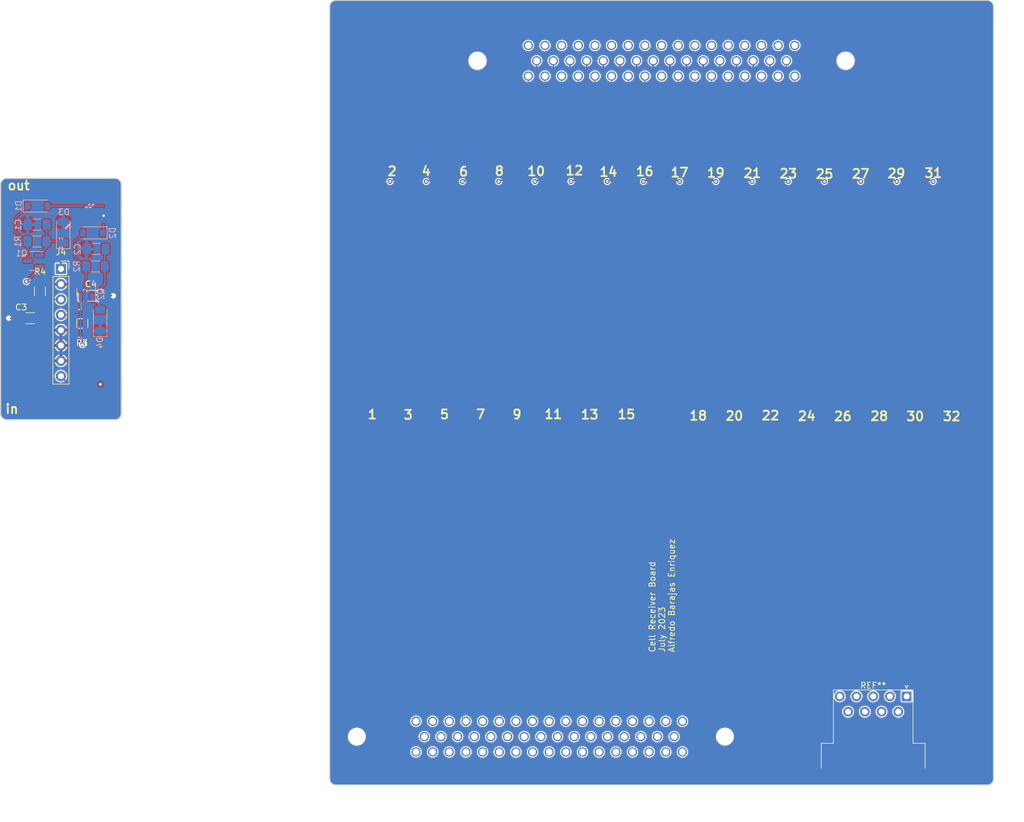
<source format=kicad_pcb>
(kicad_pcb (version 20221018) (generator pcbnew)
  (layers (0 "F.Cu" signal) (1 "In1.Cu" signal) (2 "In2.Cu" signal) (31 "B.Cu" signal) (34 "B.Paste" user) (35 "F.Paste" user) (36 "B.SilkS" user "B.Silkscreen") (37 "F.SilkS" user "F.Silkscreen") (38 "B.Mask" user) (39 "F.Mask" user) (44 "Edge.Cuts" user))
  (net 0 "")
  (net 1 "Net-(D3-K)")
  (net 2 "GND")
  (net 3 "Net-(D4-A)")
  (net 4 "Net-(J4-Pin_3)")
  (net 5 "GND1")
  (net 6 "Net-(J4-Pin_4)")
  (net 7 "+11")
  (net 8 "Net-(D1-A)")
  (net 9 "Net-(D2-K)")
  (net 10 "-11")
  (net 11 "Net-(J2-In)")
  (net 12 "Net-(J3-In)")
  (net 13 "Net-(Q1-E)")
  (net 14 "Net-(Q2-E)")
  (footprint "Connector_PinSocket_2.54mm:PinSocket_1x08_P2.54mm_Vertical" (layer "F.Cu") (at 100.464 94.477)
    (fp_text reference "J4" (at 0 -2.77) (layer "F.SilkS"))
    (fp_text value "Conn_01x08")
    (fp_line (start -1.33 1.27) (end -1.33 19.11) (stroke (width 0.12)) (layer "F.SilkS"))
    (fp_line (start -1.33 1.27) (end 1.33 1.27) (stroke (width 0.12)) (layer "F.SilkS"))
    (fp_line (start -1.33 19.11) (end 1.33 19.11) (stroke (width 0.12)) (layer "F.SilkS"))
    (fp_line (start 0 -1.33) (end 1.33 -1.33) (stroke (width 0.12)) (layer "F.SilkS"))
    (fp_line (start 1.33 -1.33) (end 1.33 0) (stroke (width 0.12)) (layer "F.SilkS"))
    (fp_line (start 1.33 1.27) (end 1.33 19.11) (stroke (width 0.12)) (layer "F.SilkS"))
    (pad "1" thru_hole rect (at 0 0) (size 1.7 1.7) (drill 1) (layers "*.Cu" "*.Mask") (net 11 "Net-(J2-In)"))
    (pad "2" thru_hole oval (at 0 2.54) (size 1.7 1.7) (drill 1) (layers "*.Cu" "*.Mask") (net 5 "GND1"))
    (pad "3" thru_hole oval (at 0 5.08) (size 1.7 1.7) (drill 1) (layers "*.Cu" "*.Mask") (net 4 "Net-(J4-Pin_3)"))
    (pad "4" thru_hole oval (at 0 7.62) (size 1.7 1.7) (drill 1) (layers "*.Cu" "*.Mask") (net 6 "Net-(J4-Pin_4)"))
    (pad "5" thru_hole oval (at 0 10.16) (size 1.7 1.7) (drill 1) (layers "*.Cu" "*.Mask") (net 5 "GND1"))
    (pad "6" thru_hole oval (at 0 12.7) (size 1.7 1.7) (drill 1) (layers "*.Cu" "*.Mask") (net 5 "GND1"))
    (pad "7" thru_hole oval (at 0 15.24) (size 1.7 1.7) (drill 1) (layers "*.Cu" "*.Mask") (net 5 "GND1"))
    (pad "8" thru_hole oval (at 0 17.78) (size 1.7 1.7) (drill 1) (layers "*.Cu" "*.Mask") (net 12 "Net-(J3-In)"))
  )
  (footprint "Capacitor_SMD:C_1206_3216Metric_Pad1.33x1.80mm_HandSolder" (layer "F.Cu") (at 95.374 102.662 180)
    (fp_text reference "C3" (at 1.5 1.815 180) (layer "F.SilkS"))
    (fp_text value "10uF" hide)
    (fp_line (start -0.711252 -0.91) (end 0.711252 -0.91) (stroke (width 0.12)) (layer "F.SilkS"))
    (fp_line (start -0.711252 0.91) (end 0.711252 0.91) (stroke (width 0.12)) (layer "F.SilkS"))
    (pad "1" smd roundrect (at -1.5625 0 180) (size 1.325 1.8) (layers "F.Cu" "F.Paste" "F.Mask") (roundrect_rratio 0.188679) (net 4 "Net-(J4-Pin_3)"))
    (pad "2" smd roundrect (at 1.5625 0 180) (size 1.325 1.8) (layers "F.Cu" "F.Paste" "F.Mask") (roundrect_rratio 0.188679) (net 2 "GND"))
  )
  (footprint "Resistor_SMD:R_1206_3216Metric_Pad1.30x1.75mm_HandSolder" (layer "F.Cu") (at 104.004 103.527 90)
    (fp_text reference "R3" (at -3.25 -0.06 180) (layer "F.SilkS"))
    (fp_text value "4.7" hide)
    (fp_line (start -0.727064 -0.91) (end 0.727064 -0.91) (stroke (width 0.12)) (layer "F.SilkS"))
    (fp_line (start -0.727064 0.91) (end 0.727064 0.91) (stroke (width 0.12)) (layer "F.SilkS"))
    (pad "1" smd roundrect (at -1.55 0 90) (size 1.3 1.75) (layers "F.Cu" "F.Paste" "F.Mask") (roundrect_rratio 0.192308) (net 13 "Net-(Q1-E)"))
    (pad "2" smd roundrect (at 1.55 0 90) (size 1.3 1.75) (layers "F.Cu" "F.Paste" "F.Mask") (roundrect_rratio 0.192308) (net 4 "Net-(J4-Pin_3)"))
  )
  (footprint "1.Local.Library:CONN D-SUB PLUG 50POS RA SLDR" (layer "F.Cu") (at 201.38 60)
    (fp_text reference "REF**" hide)
    (fp_text value "CONN D-SUB PLUG 50POS RA SLDR" hide)
    (fp_circle (center -31.88 0) (end -30.38 0) (stroke (width 0.1)) (fill none) (layer "Edge.Cuts"))
    (fp_circle (center 29.12 0) (end 30.62 0) (stroke (width 0.1)) (fill none) (layer "Edge.Cuts"))
    (pad "1" thru_hole circle (at -23.46 -2.54) (size 1.524 1.524) (drill 1.1) (layers "*.Cu" "*.Mask"))
    (pad "2" thru_hole circle (at -20.7 -2.54) (size 1.524 1.524) (drill 1.1) (layers "*.Cu" "*.Mask"))
    (pad "3" thru_hole circle (at -17.94 -2.54) (size 1.524 1.524) (drill 1.1) (layers "*.Cu" "*.Mask"))
    (pad "4" thru_hole circle (at -15.18 -2.54) (size 1.524 1.524) (drill 1.1) (layers "*.Cu" "*.Mask"))
    (pad "5" thru_hole circle (at -12.42 -2.54) (size 1.524 1.524) (drill 1.1) (layers "*.Cu" "*.Mask"))
    (pad "6" thru_hole circle (at -9.66 -2.54) (size 1.524 1.524) (drill 1.1) (layers "*.Cu" "*.Mask"))
    (pad "7" thru_hole circle (at -6.9 -2.54) (size 1.524 1.524) (drill 1.1) (layers "*.Cu" "*.Mask"))
    (pad "8" thru_hole circle (at -4.14 -2.54) (size 1.524 1.524) (drill 1.1) (layers "*.Cu" "*.Mask"))
    (pad "9" thru_hole circle (at -1.38 -2.54) (size 1.524 1.524) (drill 1.1) (layers "*.Cu" "*.Mask"))
    (pad "10" thru_hole circle (at 1.38 -2.54) (size 1.524 1.524) (drill 1.1) (layers "*.Cu" "*.Mask"))
    (pad "11" thru_hole circle (at 4.14 -2.54) (size 1.524 1.524) (drill 1.1) (layers "*.Cu" "*.Mask"))
    (pad "12" thru_hole circle (at 6.9 -2.54) (size 1.524 1.524) (drill 1.1) (layers "*.Cu" "*.Mask"))
    (pad "13" thru_hole circle (at 9.66 -2.54) (size 1.524 1.524) (drill 1.1) (layers "*.Cu" "*.Mask"))
    (pad "14" thru_hole circle (at 12.42 -2.54) (size 1.524 1.524) (drill 1.1) (layers "*.Cu" "*.Mask"))
    (pad "15" thru_hole circle (at 15.18 -2.54) (size 1.524 1.524) (drill 1.1) (layers "*.Cu" "*.Mask"))
    (pad "16" thru_hole circle (at 17.94 -2.54) (size 1.524 1.524) (drill 1.1) (layers "*.Cu" "*.Mask"))
    (pad "17" thru_hole circle (at 20.7 -2.54) (size 1.524 1.524) (drill 1.1) (layers "*.Cu" "*.Mask"))
    (pad "18" thru_hole circle (at -22.08 0) (size 1.524 1.524) (drill 1.1) (layers "*.Cu" "*.Mask"))
    (pad "19" thru_hole circle (at -19.32 0) (size 1.524 1.524) (drill 1.1) (layers "*.Cu" "*.Mask"))
    (pad "20" thru_hole circle (at -16.56 0) (size 1.524 1.524) (drill 1.1) (layers "*.Cu" "*.Mask"))
    (pad "21" thru_hole circle (at -13.8 0) (size 1.524 1.524) (drill 1.1) (layers "*.Cu" "*.Mask"))
    (pad "22" thru_hole circle (at -11.04 0) (size 1.524 1.524) (drill 1.1) (layers "*.Cu" "*.Mask"))
    (pad "23" thru_hole circle (at -8.28 0) (size 1.524 1.524) (drill 1.1) (layers "*.Cu" "*.Mask"))
    (pad "24" thru_hole circle (at -5.52 0) (size 1.524 1.524) (drill 1.1) (layers "*.Cu" "*.Mask"))
    (pad "25" thru_hole circle (at -2.76 0) (size 1.524 1.524) (drill 1.1) (layers "*.Cu" "*.Mask"))
    (pad "26" thru_hole circle (at 0 0) (size 1.524 1.524) (drill 1.1) (layers "*.Cu" "*.Mask"))
    (pad "27" thru_hole circle (at 2.76 0) (size 1.524 1.524) (drill 1.1) (layers "*.Cu" "*.Mask"))
    (pad "28" thru_hole circle (at 5.52 0) (size 1.524 1.524) (drill 1.1) (layers "*.Cu" "*.Mask"))
    (pad "29" thru_hole circle (at 8.28 0) (size 1.524 1.524) (drill 1.1) (layers "*.Cu" "*.Mask"))
    (pad "30" thru_hole circle (at 11.04 0) (size 1.524 1.524) (drill 1.1) (layers "*.Cu" "*.Mask"))
    (pad "31" thru_hole circle (at 13.8 0) (size 1.524 1.524) (drill 1.1) (layers "*.Cu" "*.Mask"))
    (pad "32" thru_hole circle (at 16.56 0) (size 1.524 1.524) (drill 1.1) (layers "*.Cu" "*.Mask"))
    (pad "33" thru_hole circle (at 19.32 0) (size 1.524 1.524) (drill 1.1) (layers "*.Cu" "*.Mask"))
    (pad "34" thru_hole circle (at -23.46 2.54) (size 1.524 1.524) (drill 1.1) (layers "*.Cu" "*.Mask"))
    (pad "35" thru_hole circle (at -20.7 2.54) (size 1.524 1.524) (drill 1.1) (layers "*.Cu" "*.Mask"))
    (pad "36" thru_hole circle (at -17.94 2.54) (size 1.524 1.524) (drill 1.1) (layers "*.Cu" "*.Mask"))
    (pad "37" thru_hole circle (at -15.18 2.54) (size 1.524 1.524) (drill 1.1) (layers "*.Cu" "*.Mask"))
    (pad "38" thru_hole circle (at -12.42 2.54) (size 1.524 1.524) (drill 1.1) (layers "*.Cu" "*.Mask"))
    (pad "39" thru_hole circle (at -9.66 2.54) (size 1.524 1.524) (drill 1.1) (layers "*.Cu" "*.Mask"))
    (pad "40" thru_hole circle (at -6.9 2.54) (size 1.524 1.524) (drill 1.1) (layers "*.Cu" "*.Mask"))
    (pad "41" thru_hole circle (at -4.14 2.54) (size 1.524 1.524) (drill 1.1) (layers "*.Cu" "*.Mask"))
    (pad "42" thru_hole circle (at -1.38 2.54) (size 1.524 1.524) (drill 1.1) (layers "*.Cu" "*.Mask"))
    (pad "43" thru_hole circle (at 1.38 2.54) (size 1.524 1.524) (drill 1.1) (layers "*.Cu" "*.Mask"))
    (pad "44" thru_hole circle (at 4.14 2.54) (size 1.524 1.524) (drill 1.1) (layers "*.Cu" "*.Mask"))
    (pad "45" thru_hole circle (at 6.9 2.54) (size 1.524 1.524) (drill 1.1) (layers "*.Cu" "*.Mask"))
    (pad "46" thru_hole circle (at 9.66 2.54) (size 1.524 1.524) (drill 1.1) (layers "*.Cu" "*.Mask"))
    (pad "47" thru_hole circle (at 12.42 2.54) (size 1.524 1.524) (drill 1.1) (layers "*.Cu" "*.Mask"))
    (pad "48" thru_hole circle (at 15.18 2.54) (size 1.524 1.524) (drill 1.1) (layers "*.Cu" "*.Mask"))
    (pad "49" thru_hole circle (at 17.94 2.54) (size 1.524 1.524) (drill 1.1) (layers "*.Cu" "*.Mask"))
    (pad "50" thru_hole circle (at 20.7 2.54) (size 1.524 1.524) (drill 1.1) (layers "*.Cu" "*.Mask"))
  )
  (footprint "Connector_Dsub:DSUB-9_Female_Horizontal_P2.77x2.54mm_EdgePinOffset9.40mm" (layer "F.Cu") (at 240.611 165.326669)
    (fp_text reference "REF**" (at -5.54 -1.8) (layer "F.SilkS"))
    (fp_text value "DSUB-9_Female_Horizontal_P2.77x2.54mm_EdgePinOffset9.40mm")
    (fp_line (start -14.15 7.78) (end -12.14 7.78) (stroke (width 0.12)) (layer "F.SilkS"))
    (fp_line (start -14.15 11.88) (end -14.15 7.78) (stroke (width 0.12)) (layer "F.SilkS"))
    (fp_line (start -12.14 -1.06) (end 1.06 -1.06) (stroke (width 0.12)) (layer "F.SilkS"))
    (fp_line (start -12.14 7.78) (end -12.14 -1.06) (stroke (width 0.12)) (layer "F.SilkS"))
    (fp_line (start -0.25 -1.754338) (end 0.25 -1.754338) (stroke (width 0.12)) (layer "F.SilkS"))
    (fp_line (start 0 -1.321325) (end -0.25 -1.754338) (stroke (width 0.12)) (layer "F.SilkS"))
    (fp_line (start 0.25 -1.754338) (end 0 -1.321325) (stroke (width 0.12)) (layer "F.SilkS"))
    (fp_line (start 1.06 -1.06) (end 1.06 7.78) (stroke (width 0.12)) (layer "F.SilkS"))
    (fp_line (start 1.06 7.78) (end 3.07 7.78) (stroke (width 0.12)) (layer "F.SilkS"))
    (fp_line (start 3.07 7.78) (end 3.07 11.88) (stroke (width 0.12)) (layer "F.SilkS"))
    (pad "1" thru_hole rect (at 0 0) (size 1.6 1.6) (drill 1) (layers "*.Cu" "*.Mask"))
    (pad "2" thru_hole circle (at -2.77 0) (size 1.6 1.6) (drill 1) (layers "*.Cu" "*.Mask"))
    (pad "3" thru_hole circle (at -5.54 0) (size 1.6 1.6) (drill 1) (layers "*.Cu" "*.Mask"))
    (pad "4" thru_hole circle (at -8.31 0) (size 1.6 1.6) (drill 1) (layers "*.Cu" "*.Mask"))
    (pad "5" thru_hole circle (at -11.08 0) (size 1.6 1.6) (drill 1) (layers "*.Cu" "*.Mask"))
    (pad "6" thru_hole circle (at -1.385 2.54) (size 1.6 1.6) (drill 1) (layers "*.Cu" "*.Mask"))
    (pad "7" thru_hole circle (at -4.155 2.54) (size 1.6 1.6) (drill 1) (layers "*.Cu" "*.Mask"))
    (pad "8" thru_hole circle (at -6.925 2.54) (size 1.6 1.6) (drill 1) (layers "*.Cu" "*.Mask"))
    (pad "9" thru_hole circle (at -9.695 2.54) (size 1.6 1.6) (drill 1) (layers "*.Cu" "*.Mask"))
  )
  (footprint "1.Local.Library:CONN D-SUB PLUG 50POS RA SLDR" (layer "F.Cu") (at 180 172 180)
    (fp_text reference "REF**" hide)
    (fp_text value "CONN D-SUB PLUG 50POS RA SLDR" hide)
    (fp_circle (center -30.5 0) (end -29 0) (stroke (width 0.01)) (fill none) (layer "Edge.Cuts"))
    (fp_circle (center 30.5 0) (end 32 0) (stroke (width 0.01)) (fill none) (layer "Edge.Cuts"))
    (pad "1" thru_hole circle (at -23.46 -2.54 180) (size 1.524 1.524) (drill 1.1) (layers "*.Cu" "*.Mask"))
    (pad "2" thru_hole circle (at -20.7 -2.54 180) (size 1.524 1.524) (drill 1.1) (layers "*.Cu" "*.Mask"))
    (pad "3" thru_hole circle (at -17.94 -2.54 180) (size 1.524 1.524) (drill 1.1) (layers "*.Cu" "*.Mask"))
    (pad "4" thru_hole circle (at -15.18 -2.54 180) (size 1.524 1.524) (drill 1.1) (layers "*.Cu" "*.Mask"))
    (pad "5" thru_hole circle (at -12.42 -2.54 180) (size 1.524 1.524) (drill 1.1) (layers "*.Cu" "*.Mask"))
    (pad "6" thru_hole circle (at -9.66 -2.54 180) (size 1.524 1.524) (drill 1.1) (layers "*.Cu" "*.Mask"))
    (pad "7" thru_hole circle (at -6.9 -2.54 180) (size 1.524 1.524) (drill 1.1) (layers "*.Cu" "*.Mask"))
    (pad "8" thru_hole circle (at -4.14 -2.54 180) (size 1.524 1.524) (drill 1.1) (layers "*.Cu" "*.Mask"))
    (pad "9" thru_hole circle (at -1.38 -2.54 180) (size 1.524 1.524) (drill 1.1) (layers "*.Cu" "*.Mask"))
    (pad "10" thru_hole circle (at 1.38 -2.54 180) (size 1.524 1.524) (drill 1.1) (layers "*.Cu" "*.Mask"))
    (pad "11" thru_hole circle (at 4.14 -2.54 180) (size 1.524 1.524) (drill 1.1) (layers "*.Cu" "*.Mask"))
    (pad "12" thru_hole circle (at 6.9 -2.54 180) (size 1.524 1.524) (drill 1.1) (layers "*.Cu" "*.Mask"))
    (pad "13" thru_hole circle (at 9.66 -2.54 180) (size 1.524 1.524) (drill 1.1) (layers "*.Cu" "*.Mask"))
    (pad "14" thru_hole circle (at 12.42 -2.54 180) (size 1.524 1.524) (drill 1.1) (layers "*.Cu" "*.Mask"))
    (pad "15" thru_hole circle (at 15.18 -2.54 180) (size 1.524 1.524) (drill 1.1) (layers "*.Cu" "*.Mask"))
    (pad "16" thru_hole circle (at 17.94 -2.54 180) (size 1.524 1.524) (drill 1.1) (layers "*.Cu" "*.Mask"))
    (pad "17" thru_hole circle (at 20.7 -2.54 180) (size 1.524 1.524) (drill 1.1) (layers "*.Cu" "*.Mask"))
    (pad "18" thru_hole circle (at -22.08 0 180) (size 1.524 1.524) (drill 1.1) (layers "*.Cu" "*.Mask"))
    (pad "19" thru_hole circle (at -19.32 0 180) (size 1.524 1.524) (drill 1.1) (layers "*.Cu" "*.Mask"))
    (pad "20" thru_hole circle (at -16.56 0 180) (size 1.524 1.524) (drill 1.1) (layers "*.Cu" "*.Mask"))
    (pad "21" thru_hole circle (at -13.8 0 180) (size 1.524 1.524) (drill 1.1) (layers "*.Cu" "*.Mask"))
    (pad "22" thru_hole circle (at -11.04 0 180) (size 1.524 1.524) (drill 1.1) (layers "*.Cu" "*.Mask"))
    (pad "23" thru_hole circle (at -8.28 0 180) (size 1.524 1.524) (drill 1.1) (layers "*.Cu" "*.Mask"))
    (pad "24" thru_hole circle (at -5.52 0 180) (size 1.524 1.524) (drill 1.1) (layers "*.Cu" "*.Mask"))
    (pad "25" thru_hole circle (at -2.76 0 180) (size 1.524 1.524) (drill 1.1) (layers "*.Cu" "*.Mask"))
    (pad "26" thru_hole circle (at 0 0 180) (size 1.524 1.524) (drill 1.1) (layers "*.Cu" "*.Mask"))
    (pad "27" thru_hole circle (at 2.76 0 180) (size 1.524 1.524) (drill 1.1) (layers "*.Cu" "*.Mask"))
    (pad "28" thru_hole circle (at 5.52 0 180) (size 1.524 1.524) (drill 1.1) (layers "*.Cu" "*.Mask"))
    (pad "29" thru_hole circle (at 8.28 0 180) (size 1.524 1.524) (drill 1.1) (layers "*.Cu" "*.Mask"))
    (pad "30" thru_hole circle (at 11.04 0 180) (size 1.524 1.524) (drill 1.1) (layers "*.Cu" "*.Mask"))
    (pad "31" thru_hole circle (at 13.8 0 180) (size 1.524 1.524) (drill 1.1) (layers "*.Cu" "*.Mask"))
    (pad "32" thru_hole circle (at 16.56 0 180) (size 1.524 1.524) (drill 1.1) (layers "*.Cu" "*.Mask"))
    (pad "33" thru_hole circle (at 19.32 0 180) (size 1.524 1.524) (drill 1.1) (layers "*.Cu" "*.Mask"))
    (pad "34" thru_hole circle (at -23.46 2.54 180) (size 1.524 1.524) (drill 1.1) (layers "*.Cu" "*.Mask"))
    (pad "35" thru_hole circle (at -20.7 2.54 180) (size 1.524 1.524) (drill 1.1) (layers "*.Cu" "*.Mask"))
    (pad "36" thru_hole circle (at -17.94 2.54 180) (size 1.524 1.524) (drill 1.1) (layers "*.Cu" "*.Mask"))
    (pad "37" thru_hole circle (at -15.18 2.54 180) (size 1.524 1.524) (drill 1.1) (layers "*.Cu" "*.Mask"))
    (pad "38" thru_hole circle (at -12.42 2.54 180) (size 1.524 1.524) (drill 1.1) (layers "*.Cu" "*.Mask"))
    (pad "39" thru_hole circle (at -9.66 2.54 180) (size 1.524 1.524) (drill 1.1) (layers "*.Cu" "*.Mask"))
    (pad "40" thru_hole circle (at -6.9 2.54 180) (size 1.524 1.524) (drill 1.1) (layers "*.Cu" "*.Mask"))
    (pad "41" thru_hole circle (at -4.14 2.54 180) (size 1.524 1.524) (drill 1.1) (layers "*.Cu" "*.Mask"))
    (pad "42" thru_hole circle (at -1.38 2.54 180) (size 1.524 1.524) (drill 1.1) (layers "*.Cu" "*.Mask"))
    (pad "43" thru_hole circle (at 1.38 2.54 180) (size 1.524 1.524) (drill 1.1) (layers "*.Cu" "*.Mask"))
    (pad "44" thru_hole circle (at 4.14 2.54 180) (size 1.524 1.524) (drill 1.1) (layers "*.Cu" "*.Mask"))
    (pad "45" thru_hole circle (at 6.9 2.54 180) (size 1.524 1.524) (drill 1.1) (layers "*.Cu" "*.Mask"))
    (pad "46" thru_hole circle (at 9.66 2.54 180) (size 1.524 1.524) (drill 1.1) (layers "*.Cu" "*.Mask"))
    (pad "47" thru_hole circle (at 12.42 2.54 180) (size 1.524 1.524) (drill 1.1) (layers "*.Cu" "*.Mask"))
    (pad "48" thru_hole circle (at 15.18 2.54 180) (size 1.524 1.524) (drill 1.1) (layers "*.Cu" "*.Mask"))
    (pad "49" thru_hole circle (at 17.94 2.54 180) (size 1.524 1.524) (drill 1.1) (layers "*.Cu" "*.Mask"))
    (pad "50" thru_hole circle (at 20.7 2.54 180) (size 1.524 1.524) (drill 1.1) (layers "*.Cu" "*.Mask"))
  )
  (footprint "Capacitor_SMD:C_1206_3216Metric_Pad1.33x1.80mm_HandSolder" (layer "F.Cu") (at 105.579 98.942)
    (fp_text reference "C4" (at -0.14 -1.945) (layer "F.SilkS"))
    (fp_text value "10uF" hide)
    (fp_line (start -0.711252 -0.91) (end 0.711252 -0.91) (stroke (width 0.12)) (layer "F.SilkS"))
    (fp_line (start -0.711252 0.91) (end 0.711252 0.91) (stroke (width 0.12)) (layer "F.SilkS"))
    (pad "1" smd roundrect (at -1.5625 0) (size 1.325 1.8) (layers "F.Cu" "F.Paste" "F.Mask") (roundrect_rratio 0.188679) (net 6 "Net-(J4-Pin_4)"))
    (pad "2" smd roundrect (at 1.5625 0) (size 1.325 1.8) (layers "F.Cu" "F.Paste" "F.Mask") (roundrect_rratio 0.188679) (net 2 "GND"))
  )
  (footprint "Resistor_SMD:R_1206_3216Metric_Pad1.30x1.75mm_HandSolder" (layer "F.Cu") (at 96.974 98.217 -90)
    (fp_text reference "R4" (at -3.27 -0.035 -180) (layer "F.SilkS"))
    (fp_text value "4.7" hide)
    (fp_line (start -0.727064 -0.91) (end 0.727064 -0.91) (stroke (width 0.12)) (layer "F.SilkS"))
    (fp_line (start -0.727064 0.91) (end 0.727064 0.91) (stroke (width 0.12)) (layer "F.SilkS"))
    (pad "1" smd roundrect (at -1.55 0 270) (size 1.3 1.75) (layers "F.Cu" "F.Paste" "F.Mask") (roundrect_rratio 0.192308) (net 14 "Net-(Q2-E)"))
    (pad "2" smd roundrect (at 1.55 0 270) (size 1.3 1.75) (layers "F.Cu" "F.Paste" "F.Mask") (roundrect_rratio 0.192308) (net 6 "Net-(J4-Pin_4)"))
  )
  (footprint "Resistor_SMD:R_1206_3216Metric_Pad1.30x1.75mm_HandSolder" (layer "B.Cu") (at 106.189 94.082)
    (fp_text reference "R2" (at -3.105 -0.005 90) (layer "B.SilkS") (effects (justify mirror)))
    (fp_text value "1.0k" hide)
    (fp_line (start -0.727064 -0.91) (end 0.727064 -0.91) (stroke (width 0.12)) (layer "B.SilkS"))
    (fp_line (start -0.727064 0.91) (end 0.727064 0.91) (stroke (width 0.12)) (layer "B.SilkS"))
    (pad "1" smd roundrect (at -1.55 0) (size 1.3 1.75) (layers "B.Cu" "B.Paste" "B.Mask") (roundrect_rratio 0.192308) (net 10 "-11"))
    (pad "2" smd roundrect (at 1.55 0) (size 1.3 1.75) (layers "B.Cu" "B.Paste" "B.Mask") (roundrect_rratio 0.192308) (net 3 "Net-(D4-A)"))
  )
  (footprint "Capacitor_SMD:C_1206_3216Metric_Pad1.33x1.80mm_HandSolder" (layer "B.Cu") (at 96.5115 87.152 180)
    (fp_text reference "C1" (at 3.1375 -0.045 270) (layer "B.SilkS") (effects (justify mirror)))
    (fp_text value "10uF" hide)
    (fp_line (start -0.711252 -0.91) (end 0.711252 -0.91) (stroke (width 0.12)) (layer "B.SilkS"))
    (fp_line (start -0.711252 0.91) (end 0.711252 0.91) (stroke (width 0.12)) (layer "B.SilkS"))
    (pad "1" smd roundrect (at -1.5625 0 180) (size 1.325 1.8) (layers "B.Cu" "B.Paste" "B.Mask") (roundrect_rratio 0.188679) (net 1 "Net-(D3-K)"))
    (pad "2" smd roundrect (at 1.5625 0 180) (size 1.325 1.8) (layers "B.Cu" "B.Paste" "B.Mask") (roundrect_rratio 0.188679) (net 2 "GND"))
  )
  (footprint "Capacitor_SMD:C_1206_3216Metric_Pad1.33x1.80mm_HandSolder" (layer "B.Cu") (at 106.2915 91.187 180)
    (fp_text reference "C2" (at 3.0875 -0.045 90) (layer "B.SilkS") (effects (justify mirror)))
    (fp_text value "10uF" hide)
    (fp_line (start -0.711252 -0.91) (end 0.711252 -0.91) (stroke (width 0.12)) (layer "B.SilkS"))
    (fp_line (start -0.711252 0.91) (end 0.711252 0.91) (stroke (width 0.12)) (layer "B.SilkS"))
    (pad "1" smd roundrect (at -1.5625 0 180) (size 1.325 1.8) (layers "B.Cu" "B.Paste" "B.Mask") (roundrect_rratio 0.188679) (net 3 "Net-(D4-A)"))
    (pad "2" smd roundrect (at 1.5625 0 180) (size 1.325 1.8) (layers "B.Cu" "B.Paste" "B.Mask") (roundrect_rratio 0.188679) (net 2 "GND"))
  )
  (footprint "Diode_SMD:D_SOD-123" (layer "B.Cu") (at 105.759 88.507 180)
    (fp_text reference "D2" (at -3.275 -0.035 90) (layer "B.SilkS") (effects (justify mirror)))
    (fp_text value "1N4148W" hide)
    (fp_line (start -2.36 -1) (end 1.65 -1) (stroke (width 0.12)) (layer "B.SilkS"))
    (fp_line (start -2.36 1) (end -2.36 -1) (stroke (width 0.12)) (layer "B.SilkS"))
    (fp_line (start -2.36 1) (end 1.65 1) (stroke (width 0.12)) (layer "B.SilkS"))
    (pad "1" smd roundrect (at -1.65 0 180) (size 0.9 1.2) (layers "B.Cu" "B.Paste" "B.Mask") (net 9 "Net-(D2-K)"))
    (pad "2" smd roundrect (at 1.65 0 180) (size 0.9 1.2) (layers "B.Cu" "B.Paste" "B.Mask") (net 10 "-11"))
  )
  (footprint "Resistor_SMD:R_1206_3216Metric_Pad1.30x1.75mm_HandSolder" (layer "B.Cu") (at 96.494 89.947)
    (fp_text reference "R1" (at -3.175 0.02 -90) (layer "B.SilkS") (effects (justify mirror)))
    (fp_text value "1.0k" hide)
    (fp_line (start -0.727064 -0.91) (end 0.727064 -0.91) (stroke (width 0.12)) (layer "B.SilkS"))
    (fp_line (start -0.727064 0.91) (end 0.727064 0.91) (stroke (width 0.12)) (layer "B.SilkS"))
    (pad "1" smd roundrect (at -1.55 0) (size 1.3 1.75) (layers "B.Cu" "B.Paste" "B.Mask") (roundrect_rratio 0.192308) (net 7 "+11"))
    (pad "2" smd roundrect (at 1.55 0) (size 1.3 1.75) (layers "B.Cu" "B.Paste" "B.Mask") (roundrect_rratio 0.192308) (net 1 "Net-(D3-K)"))
  )
  (footprint "Package_TO_SOT_SMD:SOT-23" (layer "B.Cu") (at 95.909 93.172 180)
    (fp_text reference "Q1" (at 1.99 1.275) (layer "B.SilkS") (effects (justify mirror)))
    (fp_text value "MMBT3904" hide)
    (fp_line (start 0 -1.56) (end -0.65 -1.56) (stroke (width 0.12)) (layer "B.SilkS"))
    (fp_line (start 0 -1.56) (end 0.65 -1.56) (stroke (width 0.12)) (layer "B.SilkS"))
    (fp_line (start 0 1.56) (end -1.675 1.56) (stroke (width 0.12)) (layer "B.SilkS"))
    (fp_line (start 0 1.56) (end 0.65 1.56) (stroke (width 0.12)) (layer "B.SilkS"))
    (pad "1" smd roundrect (at -0.9375 0.95 180) (size 1.475 0.6) (layers "B.Cu" "B.Paste" "B.Mask") (net 1 "Net-(D3-K)"))
    (pad "2" smd roundrect (at -0.9375 -0.95 180) (size 1.475 0.6) (layers "B.Cu" "B.Paste" "B.Mask") (net 13 "Net-(Q1-E)"))
    (pad "3" smd roundrect (at 0.9375 0 180) (size 1.475 0.6) (layers "B.Cu" "B.Paste" "B.Mask") (net 7 "+11"))
  )
  (footprint "Diode_SMD:D_MiniMELF" (layer "B.Cu") (at 106.969 103.027 90)
    (fp_text reference "D4" (at -3.6875 -0.06 90) (layer "B.SilkS") (effects (justify mirror)))
    (fp_text value "BZV55B7V5" hide)
    (fp_line (start -2.66 -1.11) (end 1.75 -1.11) (stroke (width 0.12)) (layer "B.SilkS"))
    (fp_line (start -2.66 1.11) (end -2.66 -1.11) (stroke (width 0.12)) (layer "B.SilkS"))
    (fp_line (start 1.75 1.11) (end -2.66 1.11) (stroke (width 0.12)) (layer "B.SilkS"))
    (pad "1" smd roundrect (at -1.75 0 90) (size 1.3 1.7) (layers "B.Cu" "B.Paste" "B.Mask") (roundrect_rratio 0.1923076923) (net 2 "GND"))
    (pad "2" smd roundrect (at 1.75 0 90) (size 1.3 1.7) (layers "B.Cu" "B.Paste" "B.Mask") (roundrect_rratio 0.1923076923) (net 3 "Net-(D4-A)"))
  )
  (footprint "Diode_SMD:D_SOD-123" (layer "B.Cu") (at 96.564 84.072)
    (fp_text reference "D1" (at -3.11 0.025 90) (layer "B.SilkS") (effects (justify mirror)))
    (fp_text value "1N4148W" hide)
    (fp_line (start -2.36 -1) (end 1.65 -1) (stroke (width 0.12)) (layer "B.SilkS"))
    (fp_line (start -2.36 1) (end -2.36 -1) (stroke (width 0.12)) (layer "B.SilkS"))
    (fp_line (start -2.36 1) (end 1.65 1) (stroke (width 0.12)) (layer "B.SilkS"))
    (pad "1" smd roundrect (at -1.65 0) (size 0.9 1.2) (layers "B.Cu" "B.Paste" "B.Mask") (net 7 "+11"))
    (pad "2" smd roundrect (at 1.65 0) (size 0.9 1.2) (layers "B.Cu" "B.Paste" "B.Mask") (net 8 "Net-(D1-A)"))
  )
  (footprint "Package_TO_SOT_SMD:SOT-23" (layer "B.Cu") (at 104.644 98.2895 90)
    (fp_text reference "Q2" (at -0.3725 2.46 90) (layer "B.SilkS") (effects (justify mirror)))
    (fp_text value "MMBT3906" hide)
    (fp_line (start 0 -1.56) (end -0.65 -1.56) (stroke (width 0.12)) (layer "B.SilkS"))
    (fp_line (start 0 -1.56) (end 0.65 -1.56) (stroke (width 0.12)) (layer "B.SilkS"))
    (fp_line (start 0 1.56) (end -1.675 1.56) (stroke (width 0.12)) (layer "B.SilkS"))
    (fp_line (start 0 1.56) (end 0.65 1.56) (stroke (width 0.12)) (layer "B.SilkS"))
    (pad "1" smd roundrect (at -0.9375 0.95 90) (size 1.475 0.6) (layers "B.Cu" "B.Paste" "B.Mask") (net 3 "Net-(D4-A)"))
    (pad "2" smd roundrect (at -0.9375 -0.95 90) (size 1.475 0.6) (layers "B.Cu" "B.Paste" "B.Mask") (net 14 "Net-(Q2-E)"))
    (pad "3" smd roundrect (at 0.9375 0 90) (size 1.475 0.6) (layers "B.Cu" "B.Paste" "B.Mask") (net 10 "-11"))
  )
  (footprint "Diode_SMD:D_MiniMELF" (layer "B.Cu") (at 100.859 88.452 90)
    (fp_text reference "D3" (at 3.38 0.08 180) (layer "B.SilkS") (effects (justify mirror)))
    (fp_text value "BZV55B7V5" hide)
    (fp_line (start -2.66 -1.11) (end 1.75 -1.11) (stroke (width 0.12)) (layer "B.SilkS"))
    (fp_line (start -2.66 1.11) (end -2.66 -1.11) (stroke (width 0.12)) (layer "B.SilkS"))
    (fp_line (start 1.75 1.11) (end -2.66 1.11) (stroke (width 0.12)) (layer "B.SilkS"))
    (pad "1" smd roundrect (at -1.75 0 90) (size 1.3 1.7) (layers "B.Cu" "B.Paste" "B.Mask") (roundrect_rratio 0.1923076923) (net 1 "Net-(D3-K)"))
    (pad "2" smd roundrect (at 1.75 0 90) (size 1.3 1.7) (layers "B.Cu" "B.Paste" "B.Mask") (roundrect_rratio 0.1923076923) (net 2 "GND"))
  )
  (gr_line (start 217.94 60) (end 217.94 71.124) (stroke (width 0.197795)) (layer "F.Cu"))
  (gr_line (start 194.48 77.27) (end 188 80) (stroke (width 0.108817)) (layer "F.Cu"))
  (gr_line (start 209.66 75.212) (end 221 80) (stroke (width 0.244199)) (layer "F.Cu"))
  (gr_line (start 161 80) (end 182.06 71.124) (stroke (width 0.197795)) (layer "F.Cu"))
  (gr_line (start 185 80) (end 193.1 76.587) (stroke (width 0.264837)) (layer "F.Cu"))
  (gr_line (start 180.68 70.447) (end 158 80) (stroke (width 0.092678)) (layer "F.Cu"))
  (gr_line (start 215.18 72.471) (end 233 80) (stroke (width 0.211235)) (layer "F.Cu"))
  (gr_line (start 202.76 78.6355) (end 206 80) (stroke (width 0.112742)) (layer "F.Cu"))
  (gr_line (start 195.86 60) (end 195.86 77.953) (stroke (width 0.289354)) (layer "F.Cu"))
  (gr_line (start 177.92 69.093) (end 152 80) (stroke (width 0.09)) (layer "F.Cu"))
  (gr_line (start 212.42 73.847) (end 227 80) (stroke (width 0.226498)) (layer "F.Cu"))
  (gr_line (start 242 80) (end 242 120) (stroke (width 0.092678)) (layer "F.Cu"))
  (gr_line (start 201.38 79.318) (end 203 80) (stroke (width 0.318883)) (layer "F.Cu"))
  (gr_line (start 180.68 62.54) (end 180.68 70.447) (stroke (width 0.092678)) (layer "F.Cu"))
  (gr_line (start 213.8 62.54) (end 213.8 73.159) (stroke (width 0.098538)) (layer "F.Cu"))
  (gr_line (start 204.14 77.953) (end 209 80) (stroke (width 0.289354)) (layer "F.Cu"))
  (gr_line (start 219.32 62.54) (end 219.32 70.447) (stroke (width 0.092678)) (layer "F.Cu"))
  (gr_line (start 198.62 60) (end 198.62 79.318) (stroke (width 0.318883)) (layer "F.Cu"))
  (gr_line (start 173 80) (end 187.58 73.847) (stroke (width 0.226498)) (layer "F.Cu"))
  (gr_line (start 202.76 62.54) (end 202.76 78.6355) (stroke (width 0.112742)) (layer "F.Cu"))
  (gr_line (start 179 80) (end 190.34 75.212) (stroke (width 0.244199)) (layer "F.Cu"))
  (gr_line (start 222.08 69.093) (end 248 80) (stroke (width 0.09)) (layer "F.Cu"))
  (gr_line (start 152 80) (end 152 120) (stroke (width 0.09)) (layer "F.Cu"))
  (gr_line (start 170 80) (end 170 120) (stroke (width 0.098538)) (layer "F.Cu"))
  (gr_line (start 208.28 62.54) (end 208.28 75.8995) (stroke (width 0.10516)) (layer "F.Cu"))
  (gr_line (start 224 80) (end 224 120) (stroke (width 0.101741)) (layer "F.Cu"))
  (gr_line (start 176 80) (end 176 120) (stroke (width 0.101741)) (layer "F.Cu"))
  (gr_line (start 194 80) (end 194 120) (stroke (width 0.112742)) (layer "F.Cu"))
  (gr_line (start 179.3 60) (end 179.3 69.77) (stroke (width 0.185985)) (layer "F.Cu"))
  (gr_line (start 220.7 60) (end 220.7 69.77) (stroke (width 0.185985)) (layer "F.Cu"))
  (gr_line (start 183.44 71.7975) (end 164 80) (stroke (width 0.095523)) (layer "F.Cu"))
  (gr_line (start 220.7 69.77) (end 245 80) (stroke (width 0.185985)) (layer "F.Cu"))
  (gr_line (start 215.18 60) (end 215.18 72.471) (stroke (width 0.211235)) (layer "F.Cu"))
  (gr_line (start 208.28 75.8995) (end 218 80) (stroke (width 0.10516)) (layer "F.Cu"))
  (gr_line (start 179.3 69.77) (end 155 80) (stroke (width 0.185985)) (layer "F.Cu"))
  (gr_line (start 216.56 71.7975) (end 236 80) (stroke (width 0.095523)) (layer "F.Cu"))
  (gr_line (start 230 80) (end 230 120) (stroke (width 0.098538)) (layer "F.Cu"))
  (gr_line (start 205.52 77.27) (end 212 80) (stroke (width 0.108817)) (layer "F.Cu"))
  (gr_line (start 184.82 60) (end 184.82 72.471) (stroke (width 0.211235)) (layer "F.Cu"))
  (gr_line (start 182.06 60) (end 182.06 71.124) (stroke (width 0.197795)) (layer "F.Cu"))
  (gr_line (start 211.04 62.54) (end 211.04 74.5295) (stroke (width 0.101741)) (layer "F.Cu"))
  (gr_line (start 188.96 62.54) (end 188.96 74.5295) (stroke (width 0.101741)) (layer "F.Cu"))
  (gr_line (start 201.38 60) (end 201.38 79.318) (stroke (width 0.318883)) (layer "F.Cu"))
  (gr_line (start 176 80) (end 188.96 74.5295) (stroke (width 0.101741)) (layer "F.Cu"))
  (gr_line (start 213.8 73.159) (end 230 80) (stroke (width 0.098538)) (layer "F.Cu"))
  (gr_line (start 206.9 76.587) (end 215 80) (stroke (width 0.264837)) (layer "F.Cu"))
  (gr_line (start 236 80) (end 236 120) (stroke (width 0.095523)) (layer "F.Cu"))
  (gr_line (start 212 80) (end 212 120) (stroke (width 0.108817)) (layer "F.Cu"))
  (gr_line (start 158 80) (end 158 120) (stroke (width 0.092678)) (layer "F.Cu"))
  (gr_line (start 187.58 60) (end 187.58 73.847) (stroke (width 0.226498)) (layer "F.Cu"))
  (gr_line (start 193.1 60) (end 193.1 76.587) (stroke (width 0.264837)) (layer "F.Cu"))
  (gr_line (start 186.2 73.159) (end 170 80) (stroke (width 0.098538)) (layer "F.Cu"))
  (gr_line (start 167 80) (end 184.82 72.471) (stroke (width 0.211235)) (layer "F.Cu"))
  (gr_line (start 191 80) (end 195.86 77.953) (stroke (width 0.289354)) (layer "F.Cu"))
  (gr_line (start 194.48 62.54) (end 194.48 77.27) (stroke (width 0.108817)) (layer "F.Cu"))
  (gr_line (start 191.72 62.54) (end 191.72 75.8995) (stroke (width 0.10516)) (layer "F.Cu"))
  (gr_line (start 217.94 71.124) (end 239 80) (stroke (width 0.197795)) (layer "F.Cu"))
  (gr_line (start 222.08 62.54) (end 222.08 69.093) (stroke (width 0.09)) (layer "F.Cu"))
  (gr_line (start 211.04 74.5295) (end 224 80) (stroke (width 0.101741)) (layer "F.Cu"))
  (gr_line (start 206.9 60) (end 206.9 76.587) (stroke (width 0.264837)) (layer "F.Cu"))
  (gr_line (start 164 80) (end 164 120) (stroke (width 0.095523)) (layer "F.Cu"))
  (gr_line (start 182 80) (end 182 120) (stroke (width 0.10516)) (layer "F.Cu"))
  (gr_line (start 186.2 62.54) (end 186.2 73.159) (stroke (width 0.098538)) (layer "F.Cu"))
  (gr_line (start 218 80) (end 218 120) (stroke (width 0.10516)) (layer "F.Cu"))
  (gr_line (start 212.42 60) (end 212.42 73.847) (stroke (width 0.226498)) (layer "F.Cu"))
  (gr_line (start 248 80) (end 248 120) (stroke (width 0.09)) (layer "F.Cu"))
  (gr_line (start 206 80) (end 206 120) (stroke (width 0.112742)) (layer "F.Cu"))
  (gr_line (start 183.44 62.54) (end 183.44 71.7975) (stroke (width 0.095523)) (layer "F.Cu"))
  (gr_line (start 188 80) (end 188 120) (stroke (width 0.108817)) (layer "F.Cu"))
  (gr_line (start 197 80) (end 198.62 79.318) (stroke (width 0.318883)) (layer "F.Cu"))
  (gr_line (start 197.24 78.6355) (end 194 80) (stroke (width 0.112742)) (layer "F.Cu"))
  (gr_line (start 197.24 62.54) (end 197.24 78.6355) (stroke (width 0.112742)) (layer "F.Cu"))
  (gr_line (start 177.92 62.54) (end 177.92 69.093) (stroke (width 0.09)) (layer "F.Cu"))
  (gr_line (start 191.72 75.8995) (end 182 80) (stroke (width 0.10516)) (layer "F.Cu"))
  (gr_line (start 209.66 60) (end 209.66 75.212) (stroke (width 0.244199)) (layer "F.Cu"))
  (gr_line (start 204.14 60) (end 204.14 77.953) (stroke (width 0.289354)) (layer "F.Cu"))
  (gr_line (start 205.52 62.54) (end 205.52 77.27) (stroke (width 0.108817)) (layer "F.Cu"))
  (gr_line (start 190.34 60) (end 190.34 75.212) (stroke (width 0.244199)) (layer "F.Cu"))
  (gr_line (start 219.32 70.447) (end 242 80) (stroke (width 0.092678)) (layer "F.Cu"))
  (gr_line (start 216.56 62.54) (end 216.56 71.7975) (stroke (width 0.095523)) (layer "F.Cu"))
  (gr_poly (pts (arc (start 90.464 80.477) (mid 90.756893 79.769893) (end 91.464 79.477)) (arc (start 109.464 79.477) (mid 110.171107 79.769893) (end 110.464 80.477)) (arc (start 110.464 118.477) (mid 110.171107 119.184107) (end 109.464 119.477)) (arc (start 91.464 119.477) (mid 90.756893 119.184107) (end 90.464 118.477))) (stroke (width 0.2)) (fill none) (layer "Edge.Cuts"))
  (gr_poly (pts (xy 145 100) (arc (start 145 51) (mid 145.292893 50.292893) (end 146 50)) (arc (start 254 50) (mid 254.707107 50.292893) (end 255 51)) (arc (start 255 179) (mid 254.707107 179.707107) (end 254 180)) (arc (start 146 180) (mid 145.292893 179.707107) (end 145 179)) (xy 145 159)) (stroke (width 0.15)) (fill none) (layer "Edge.Cuts"))
  (gr_text "3" (at 157.103 119.547) (layer "F.SilkS") (effects (font (size 1.5 1.5) (thickness 0.3) bold) (justify left bottom)))
  (gr_text "15" (at 192.557 119.483) (layer "F.SilkS") (effects (font (size 1.5 1.5) (thickness 0.3) bold) (justify left bottom)))
  (gr_text "9" (at 175.121 119.484) (layer "F.SilkS") (effects (font (size 1.5 1.5) (thickness 0.3) bold) (justify left bottom)))
  (gr_text "18" (at 204.447 119.699) (layer "F.SilkS") (effects (font (size 1.5 1.5) (thickness 0.3) bold) (justify left bottom)))
  (gr_text "1" (at 151.154 119.485) (layer "F.SilkS") (effects (font (size 1.5 1.5) (thickness 0.3) bold) (justify left bottom)))
  (gr_text "12" (at 183.936 79.081) (layer "F.SilkS") (effects (font (size 1.5 1.5) (thickness 0.3) bold) (justify left bottom)))
  (gr_text "6" (at 166.274 79.246) (layer "F.SilkS") (effects (font (size 1.5 1.5) (thickness 0.3) bold) (justify left bottom)))
  (gr_text "26" (at 228.412 119.802) (layer "F.SilkS") (effects (font (size 1.5 1.5) (thickness 0.3) bold) (justify left bottom)))
  (gr_text "17" (at 201.36 79.4) (layer "F.SilkS") (effects (font (size 1.5 1.5) (thickness 0.3) bold) (justify left bottom)))
  (gr_text "23" (at 219.378 79.586) (layer "F.SilkS") (effects (font (size 1.5 1.5) (thickness 0.3) bold) (justify left bottom)))
  (gr_text "11" (at 180.429 119.449) (layer "F.SilkS") (effects (font (size 1.5 1.5) (thickness 0.3) bold) (justify left bottom)))
  (gr_text "10" (at 177.596 79.184) (layer "F.SilkS") (effects (font (size 1.5 1.5) (thickness 0.3) bold) (justify left bottom)))
  (gr_text "32" (at 246.448 119.804) (layer "F.SilkS") (effects (font (size 1.5 1.5) (thickness 0.3) bold) (justify left bottom)))
  (gr_text "22" (at 216.421 119.665) (layer "F.SilkS") (effects (font (size 1.5 1.5) (thickness 0.3) bold) (justify left bottom)))
  (gr_text "7" (at 169.103 119.454) (layer "F.SilkS") (effects (font (size 1.5 1.5) (thickness 0.3) bold) (justify left bottom)))
  (gr_text "in" (at 91.107 118.581) (layer "F.SilkS") (effects (font (size 1.5 1.5) (thickness 0.3) bold) (justify left bottom)))
  (gr_text "19" (at 207.359 79.455) (layer "F.SilkS") (effects (font (size 1.5 1.5) (thickness 0.3) bold) (justify left bottom)))
  (gr_text "30" (at 240.403 119.802) (layer "F.SilkS") (effects (font (size 1.5 1.5) (thickness 0.3) bold) (justify left bottom)))
  (gr_text "2" (at 154.438 79.184) (layer "F.SilkS") (effects (font (size 1.5 1.5) (thickness 0.3) bold) (justify left bottom)))
  (gr_text "25" (at 225.382 79.646) (layer "F.SilkS") (effects (font (size 1.5 1.5) (thickness 0.3) bold) (justify left bottom)))
  (gr_text "21" (at 213.415 79.505) (layer "F.SilkS") (effects (font (size 1.5 1.5) (thickness 0.3) bold) (justify left bottom)))
  (gr_text "5" (at 163.115 119.484) (layer "F.SilkS") (effects (font (size 1.5 1.5) (thickness 0.3) bold) (justify left bottom)))
  (gr_text "16" (at 195.588 79.225) (layer "F.SilkS") (effects (font (size 1.5 1.5) (thickness 0.3) bold) (justify left bottom)))
  (gr_text "8" (at 172.203 79.164) (layer "F.SilkS") (effects (font (size 1.5 1.5) (thickness 0.3) bold) (justify left bottom)))
  (gr_text "out" (at 91.478 81.547) (layer "F.SilkS") (effects (font (size 1.5 1.5) (thickness 0.3) bold) (justify left bottom)))
  (gr_text "4" (at 160.078 79.184) (layer "F.SilkS") (effects (font (size 1.5 1.5) (thickness 0.3) bold) (justify left bottom)))
  (gr_text "24" (at 222.425 119.768) (layer "F.SilkS") (effects (font (size 1.5 1.5) (thickness 0.3) bold) (justify left bottom)))
  (gr_text "27" (at 231.362 79.61) (layer "F.SilkS") (effects (font (size 1.5 1.5) (thickness 0.3) bold) (justify left bottom)))
  (gr_text "20" (at 210.434 119.734) (layer "F.SilkS") (effects (font (size 1.5 1.5) (thickness 0.3) bold) (justify left bottom)))
  (gr_text "29" (at 237.287 79.55) (layer "F.SilkS") (effects (font (size 1.5 1.5) (thickness 0.3) bold) (justify left bottom)))
  (gr_text "Cell Receiver Board\nJuly 2023\nAlfredo Barajas Enriquez" (at 202.264 158.108 90) (layer "F.SilkS") (effects (font (size 1 1)) (justify left bottom)))
  (gr_text "13" (at 186.468 119.517) (layer "F.SilkS") (effects (font (size 1.5 1.5) (thickness 0.3) bold) (justify left bottom)))
  (gr_text "28" (at 234.451 119.768) (layer "F.SilkS") (effects (font (size 1.5 1.5) (thickness 0.3) bold) (justify left bottom)))
  (gr_text "31" (at 243.401 79.488) (layer "F.SilkS") (effects (font (size 1.5 1.5) (thickness 0.3) bold) (justify left bottom)))
  (gr_text "14" (at 189.556 79.308) (layer "F.SilkS") (effects (font (size 1.5 1.5) (thickness 0.3) bold) (justify left bottom)))
  (segment (start 104.019 105.092) (end 104.004 105.077) (width 0.25) (layer "F.Cu") (net 0))
  (segment (start 104.004 101.977) (end 104.004 99.0445) (width 0.25) (layer "F.Cu") (net 0))
  (segment (start 97.184 99.557) (end 100.464 99.557) (width 0.25) (layer "F.Cu") (net 0))
  (segment (start 96.894 96.587) (end 96.974 96.667) (width 0.25) (layer "F.Cu") (net 0))
  (segment (start 96.9365 99.8045) (end 96.974 99.767) (width 0.25) (layer "F.Cu") (net 0))
  (segment (start 104.004 101.977) (end 103.884 102.097) (width 0.25) (layer "F.Cu") (net 0))
  (segment (start 94.739 96.587) (end 96.894 96.587) (width 0.25) (layer "F.Cu") (net 0))
  (segment (start 96.9365 102.662) (end 96.9365 99.8045) (width 0.25) (layer "F.Cu") (net 0))
  (segment (start 104.019 107.022) (end 104.019 105.092) (width 0.25) (layer "F.Cu") (net 0))
  (segment (start 103.884 102.097) (end 100.464 102.097) (width 0.25) (layer "F.Cu") (net 0))
  (segment (start 96.974 99.767) (end 97.184 99.557) (width 0.25) (layer "F.Cu") (net 0))
  (segment (start 104.004 99.0445) (end 103.9065 98.947) (width 0.25) (layer "F.Cu") (net 0))
  (via (at 221 80) (size 0.8) (drill 0.4) (layers "F.Cu" "B.Cu") (net 0))
  (via (at 167 80) (size 0.8) (drill 0.4) (layers "F.Cu" "B.Cu") (net 0))
  (via (at 239 80) (size 0.8) (drill 0.4) (layers "F.Cu" "B.Cu") (net 0))
  (via blind (at 104.019 107.022) (size 0.8) (drill 0.4) (layers "F.Cu" "B.Cu") (remove_unused_layers) (net 0))
  (via (at 155 80) (size 0.8) (drill 0.4) (layers "F.Cu" "B.Cu") (net 0))
  (via (at 215 80) (size 0.8) (drill 0.4) (layers "F.Cu" "B.Cu") (net 0))
  (via (at 203 80) (size 0.8) (drill 0.4) (layers "F.Cu" "B.Cu") (net 0))
  (via (at 191 80) (size 0.8) (drill 0.4) (layers "F.Cu" "B.Cu") (net 0))
  (via (at 161 80) (size 0.8) (drill 0.4) (layers "F.Cu" "B.Cu") (net 0))
  (via blind (at 91.8115 102.662) (size 0.8) (drill 0.4) (layers "F.Cu" "B.Cu") (remove_unused_layers) (net 0))
  (via (at 185 80) (size 0.8) (drill 0.4) (layers "F.Cu" "B.Cu") (net 0))
  (via blind (at 109.1415 98.942) (size 0.8) (drill 0.4) (layers "F.Cu" "B.Cu") (remove_unused_layers) (net 0))
  (via (at 173 80) (size 0.8) (drill 0.4) (layers "F.Cu" "B.Cu") (net 0))
  (via (at 209 80) (size 0.8) (drill 0.4) (layers "F.Cu" "B.Cu") (net 0))
  (via (at 227 80) (size 0.8) (drill 0.4) (layers "F.Cu" "B.Cu") (net 0))
  (via (at 245 80) (size 0.8) (drill 0.4) (layers "F.Cu" "B.Cu") (net 0))
  (via (at 197 80) (size 0.8) (drill 0.4) (layers "F.Cu" "B.Cu") (net 0))
  (via (at 233 80) (size 0.8) (drill 0.4) (layers "F.Cu" "B.Cu") (net 0))
  (via (at 179 80) (size 0.8) (drill 0.4) (layers "F.Cu" "B.Cu") (net 0))
  (via blind (at 94.739 96.587) (size 0.8) (drill 0.4) (layers "F.Cu" "B.Cu") (remove_unused_layers) (net 0))
  (segment (start 94.739 96.587) (end 96.8465 94.4795) (width 0.25) (layer "B.Cu") (net 0))
  (segment (start 96.8465 94.4795) (end 96.8465 94.122) (width 0.25) (layer "B.Cu") (net 0))
  (segment (start 103.694 106.697) (end 103.694 99.227) (width 0.25) (layer "B.Cu") (net 0))
  (segment (start 104.019 107.022) (end 103.694 106.697) (width 0.25) (layer "B.Cu") (net 0))
  (segment (start 98.074 89.917) (end 98.044 89.947) (width 0.25) (layer "B.Cu") (net 1))
  (segment (start 100.784 90.197) (end 100.534 89.947) (width 0.25) (layer "B.Cu") (net 1))
  (segment (start 98.044 89.947) (end 98.044 91.0245) (width 0.25) (layer "B.Cu") (net 1))
  (segment (start 98.044 89.947) (end 100.604 89.947) (width 0.25) (layer "B.Cu") (net 1))
  (segment (start 98.044 91.0245) (end 96.8465 92.222) (width 0.25) (layer "B.Cu") (net 1))
  (segment (start 98.074 87.152) (end 98.074 89.917) (width 0.25) (layer "B.Cu") (net 1))
  (segment (start 100.604 89.947) (end 100.859 90.202) (width 0.25) (layer "B.Cu") (net 1))
  (segment (start 109.1415 98.942) (end 107.1415 98.942) (width 0.25) (layer "F.Cu") (net 2))
  (segment (start 91.8115 102.662) (end 93.8115 102.662) (width 0.25) (layer "F.Cu") (net 2))
  (via (at 107.525 85.684) (size 0.8) (drill 0.4) (layers "F.Cu" "B.Cu") (net 2))
  (segment (start 107.739 97.082) (end 107.739 94.082) (width 0.25) (layer "B.Cu") (net 3))
  (segment (start 105.594 99.227) (end 107.739 97.082) (width 0.25) (layer "B.Cu") (net 3))
  (segment (start 106.969 100.602) (end 105.594 99.227) (width 0.25) (layer "B.Cu") (net 3))
  (segment (start 107.739 94.082) (end 107.739 91.302) (width 0.25) (layer "B.Cu") (net 3))
  (segment (start 107.854 93.592) (end 107.384 94.062) (width 0.25) (layer "B.Cu") (net 3))
  (segment (start 107.739 91.302) (end 107.854 91.187) (width 0.25) (layer "B.Cu") (net 3))
  (segment (start 106.969 101.277) (end 106.969 100.602) (width 0.25) (layer "B.Cu") (net 3))
  (via (at 106.991 113.614) (size 0.8) (drill 0.4) (layers "F.Cu" "B.Cu") (net 5))
  (segment (start 94.944 89.947) (end 94.454 89.947) (width 0.2) (layer "B.Cu") (net 7))
  (segment (start 94.9715 93.172) (end 94.9715 89.9745) (width 0.2) (layer "B.Cu") (net 7))
  (segment (start 92.939 88.432) (end 92.939 86.047) (width 0.2) (layer "B.Cu") (net 7))
  (segment (start 92.939 86.047) (end 94.914 84.072) (width 0.2) (layer "B.Cu") (net 7))
  (segment (start 94.9715 89.9745) (end 94.944 89.947) (width 0.2) (layer "B.Cu") (net 7))
  (segment (start 94.454 89.947) (end 92.939 88.432) (width 0.2) (layer "B.Cu") (net 7))
  (segment (start 98.214 84.072) (end 107.498 84.072) (width 0.25) (layer "B.Cu") (net 8))
  (segment (start 107.498 84.072) (end 107.509 84.061) (width 0.25) (layer "B.Cu") (net 8))
  (segment (start 107.409 88.507) (end 107.525 88.391) (width 0.25) (layer "B.Cu") (net 9))
  (segment (start 107.546 88.37) (end 107.409 88.507) (width 0.25) (layer "B.Cu") (net 9))
  (segment (start 107.525 88.391) (end 107.525 87.162) (width 0.25) (layer "B.Cu") (net 9))
  (segment (start 104.644 94.087) (end 104.639 94.082) (width 0.2) (layer "B.Cu") (net 10))
  (segment (start 102.749 92.527) (end 104.304 94.082) (width 0.2) (layer "B.Cu") (net 10))
  (segment (start 104.304 94.082) (end 104.639 94.082) (width 0.2) (layer "B.Cu") (net 10))
  (segment (start 104.644 97.352) (end 104.644 94.087) (width 0.2) (layer "B.Cu") (net 10))
  (segment (start 104.109 88.507) (end 102.749 89.867) (width 0.2) (layer "B.Cu") (net 10))
  (segment (start 102.749 89.867) (end 102.749 92.527) (width 0.2) (layer "B.Cu") (net 10))
  (segment (start 100.464 94.477) (end 100.464 88.85) (width 0.25) (layer "F.Cu") (net 11))
  (segment (start 100.464 88.85) (end 107.512 81.802) (width 0.25) (layer "F.Cu") (net 11))
  (segment (start 100.464 112.257) (end 104.493 116.286) (width 0.25) (layer "F.Cu") (net 12))
  (segment (start 104.493 116.286) (end 107.003 116.286) (width 0.25) (layer "F.Cu") (net 12))
  (zone (net 0) (net_name "") (layers "F.Cu" "In1.Cu") (connect_pads (clearance 0)) (min_thickness 0.25) (fill yes (thermal_gap 0.5) (thermal_bridge_width 0.5) (island_removal_mode 1) (island_area_min 10))
    (polygon (pts (xy 146.391 49.986) (xy 145.843 49.991) (xy 145.437 50.158) (xy 145.104 50.535) (xy 144.993 50.903) (xy 144.993 179.019) (xy 145.008 179.236) (xy 145.108 179.484) (xy 145.251 179.676) (xy 145.507 179.89) (xy 145.863 180.01) (xy 146.059 180.019) (xy 254.051 180.019) (xy 254.339 179.962) (xy 254.64 179.797) (xy 254.762 179.661) (xy 254.872 179.495) (xy 254.965 179.278) (xy 254.998 179.061) (xy 254.998 50.901) (xy 254.966 50.711) (xy 254.894 50.527) (xy 254.79 50.368) (xy 254.676 50.248) (xy 254.484 50.119) (xy 254.294 50.034) (xy 254.089 49.996) (xy 146.392 49.986)))
  )
  (zone (net 5) (net_name "GND1") (layers "F.Cu" "In1.Cu") (priority 1) (connect_pads (clearance 0)) (min_thickness 0.25) (fill yes (thermal_gap 0.5) (thermal_bridge_width 0.5) (island_removal_mode 1) (island_area_min 10))
    (polygon (pts (xy 90.479 118.531) (xy 90.479 80.363) (xy 90.506 80.127) (xy 90.631 79.919) (xy 90.82 79.707) (xy 91.13 79.531) (xy 91.435 79.471) (xy 109.498 79.471) (xy 109.695 79.497) (xy 109.88 79.559) (xy 110.13 79.748) (xy 110.348 80.013) (xy 110.472 80.373) (xy 110.472 118.585) (xy 110.446 118.69) (xy 110.384 118.86) (xy 110.241 119.13) (xy 109.988 119.341) (xy 109.55 119.499) (xy 91.39 119.499) (xy 91.277 119.478) (xy 91.007 119.378) (xy 90.796 119.233) (xy 90.64 119.063) (xy 90.491 118.759)))
  )
  (zone (net 0) (net_name "") (layers "In2.Cu" "B.Cu") (connect_pads (clearance 0)) (min_thickness 0.25) (fill yes (thermal_gap 0.5) (thermal_bridge_width 0.5) (island_removal_mode 1) (island_area_min 10))
    (polygon (pts (xy 146.391 49.986) (xy 145.843 49.991) (xy 145.437 50.158) (xy 145.104 50.535) (xy 144.993 50.903) (xy 144.993 179.019) (xy 145.008 179.236) (xy 145.108 179.484) (xy 145.251 179.676) (xy 145.507 179.89) (xy 145.863 180.01) (xy 146.059 180.019) (xy 254.051 180.019) (xy 254.339 179.962) (xy 254.64 179.797) (xy 254.762 179.661) (xy 254.872 179.495) (xy 254.965 179.278) (xy 254.998 179.061) (xy 254.998 50.901) (xy 254.966 50.711) (xy 254.894 50.527) (xy 254.79 50.368) (xy 254.676 50.248) (xy 254.484 50.119) (xy 254.294 50.034) (xy 254.089 49.996) (xy 146.392 49.986)))
  )
  (zone (net 2) (net_name "GND") (layers "In2.Cu" "B.Cu") (priority 1) (connect_pads (clearance 0)) (min_thickness 0.25) (fill yes (thermal_gap 0.5) (thermal_bridge_width 0.5) (island_removal_mode 1) (island_area_min 10))
    (polygon (pts (xy 90.479 118.531) (xy 90.479 80.363) (xy 90.506 80.127) (xy 90.631 79.919) (xy 90.82 79.707) (xy 91.13 79.531) (xy 91.435 79.471) (xy 109.498 79.471) (xy 109.695 79.497) (xy 109.88 79.559) (xy 110.13 79.748) (xy 110.348 80.013) (xy 110.472 80.373) (xy 110.472 118.585) (xy 110.446 118.69) (xy 110.384 118.86) (xy 110.241 119.13) (xy 109.988 119.341) (xy 109.55 119.499) (xy 91.39 119.499) (xy 91.277 119.478) (xy 91.007 119.378) (xy 90.796 119.233) (xy 90.64 119.063) (xy 90.491 118.759)))
  )
)
</source>
